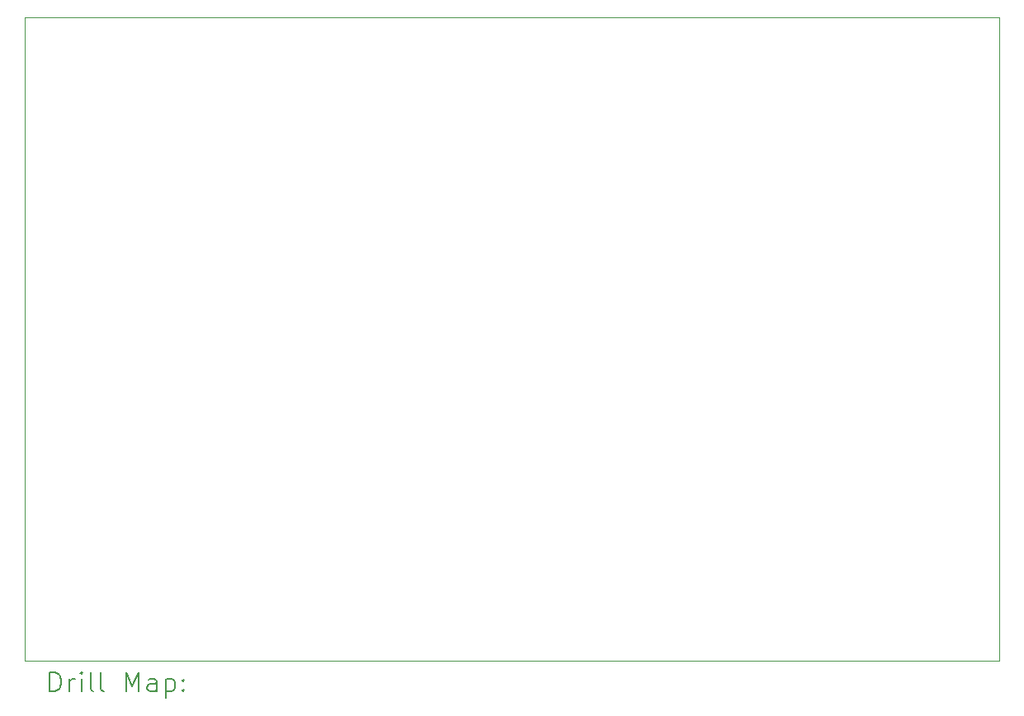
<source format=gbr>
%TF.GenerationSoftware,KiCad,Pcbnew,8.0.4*%
%TF.CreationDate,2024-08-16T16:00:31+02:00*%
%TF.ProjectId,Purrtico_M,50757272-7469-4636-9f5f-4d2e6b696361,01*%
%TF.SameCoordinates,Original*%
%TF.FileFunction,Drillmap*%
%TF.FilePolarity,Positive*%
%FSLAX45Y45*%
G04 Gerber Fmt 4.5, Leading zero omitted, Abs format (unit mm)*
G04 Created by KiCad (PCBNEW 8.0.4) date 2024-08-16 16:00:31*
%MOMM*%
%LPD*%
G01*
G04 APERTURE LIST*
%ADD10C,0.100000*%
%ADD11C,0.200000*%
G04 APERTURE END LIST*
D10*
X7780000Y-2290000D02*
X17780000Y-2290000D01*
X17780000Y-8890000D01*
X7780000Y-8890000D01*
X7780000Y-2290000D01*
D11*
X8035777Y-9206484D02*
X8035777Y-9006484D01*
X8035777Y-9006484D02*
X8083396Y-9006484D01*
X8083396Y-9006484D02*
X8111967Y-9016008D01*
X8111967Y-9016008D02*
X8131015Y-9035055D01*
X8131015Y-9035055D02*
X8140539Y-9054103D01*
X8140539Y-9054103D02*
X8150062Y-9092198D01*
X8150062Y-9092198D02*
X8150062Y-9120770D01*
X8150062Y-9120770D02*
X8140539Y-9158865D01*
X8140539Y-9158865D02*
X8131015Y-9177912D01*
X8131015Y-9177912D02*
X8111967Y-9196960D01*
X8111967Y-9196960D02*
X8083396Y-9206484D01*
X8083396Y-9206484D02*
X8035777Y-9206484D01*
X8235777Y-9206484D02*
X8235777Y-9073150D01*
X8235777Y-9111246D02*
X8245301Y-9092198D01*
X8245301Y-9092198D02*
X8254824Y-9082674D01*
X8254824Y-9082674D02*
X8273872Y-9073150D01*
X8273872Y-9073150D02*
X8292920Y-9073150D01*
X8359586Y-9206484D02*
X8359586Y-9073150D01*
X8359586Y-9006484D02*
X8350062Y-9016008D01*
X8350062Y-9016008D02*
X8359586Y-9025531D01*
X8359586Y-9025531D02*
X8369110Y-9016008D01*
X8369110Y-9016008D02*
X8359586Y-9006484D01*
X8359586Y-9006484D02*
X8359586Y-9025531D01*
X8483396Y-9206484D02*
X8464348Y-9196960D01*
X8464348Y-9196960D02*
X8454824Y-9177912D01*
X8454824Y-9177912D02*
X8454824Y-9006484D01*
X8588158Y-9206484D02*
X8569110Y-9196960D01*
X8569110Y-9196960D02*
X8559586Y-9177912D01*
X8559586Y-9177912D02*
X8559586Y-9006484D01*
X8816729Y-9206484D02*
X8816729Y-9006484D01*
X8816729Y-9006484D02*
X8883396Y-9149341D01*
X8883396Y-9149341D02*
X8950063Y-9006484D01*
X8950063Y-9006484D02*
X8950063Y-9206484D01*
X9131015Y-9206484D02*
X9131015Y-9101722D01*
X9131015Y-9101722D02*
X9121491Y-9082674D01*
X9121491Y-9082674D02*
X9102444Y-9073150D01*
X9102444Y-9073150D02*
X9064348Y-9073150D01*
X9064348Y-9073150D02*
X9045301Y-9082674D01*
X9131015Y-9196960D02*
X9111967Y-9206484D01*
X9111967Y-9206484D02*
X9064348Y-9206484D01*
X9064348Y-9206484D02*
X9045301Y-9196960D01*
X9045301Y-9196960D02*
X9035777Y-9177912D01*
X9035777Y-9177912D02*
X9035777Y-9158865D01*
X9035777Y-9158865D02*
X9045301Y-9139817D01*
X9045301Y-9139817D02*
X9064348Y-9130293D01*
X9064348Y-9130293D02*
X9111967Y-9130293D01*
X9111967Y-9130293D02*
X9131015Y-9120770D01*
X9226253Y-9073150D02*
X9226253Y-9273150D01*
X9226253Y-9082674D02*
X9245301Y-9073150D01*
X9245301Y-9073150D02*
X9283396Y-9073150D01*
X9283396Y-9073150D02*
X9302444Y-9082674D01*
X9302444Y-9082674D02*
X9311967Y-9092198D01*
X9311967Y-9092198D02*
X9321491Y-9111246D01*
X9321491Y-9111246D02*
X9321491Y-9168389D01*
X9321491Y-9168389D02*
X9311967Y-9187436D01*
X9311967Y-9187436D02*
X9302444Y-9196960D01*
X9302444Y-9196960D02*
X9283396Y-9206484D01*
X9283396Y-9206484D02*
X9245301Y-9206484D01*
X9245301Y-9206484D02*
X9226253Y-9196960D01*
X9407205Y-9187436D02*
X9416729Y-9196960D01*
X9416729Y-9196960D02*
X9407205Y-9206484D01*
X9407205Y-9206484D02*
X9397682Y-9196960D01*
X9397682Y-9196960D02*
X9407205Y-9187436D01*
X9407205Y-9187436D02*
X9407205Y-9206484D01*
X9407205Y-9082674D02*
X9416729Y-9092198D01*
X9416729Y-9092198D02*
X9407205Y-9101722D01*
X9407205Y-9101722D02*
X9397682Y-9092198D01*
X9397682Y-9092198D02*
X9407205Y-9082674D01*
X9407205Y-9082674D02*
X9407205Y-9101722D01*
M02*

</source>
